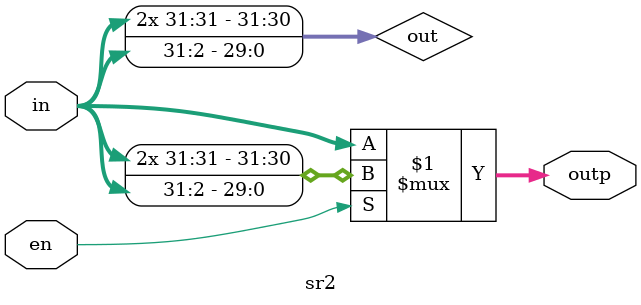
<source format=v>
module sr2(in,en,outp);

input [31:0] in;
input en;
output [31:0] outp;
wire[31:0] out;

assign out[0 ] = in[2 ];
assign out[1 ] = in[3 ];
assign out[2 ] = in[4 ];
assign out[3 ] = in[5 ];
assign out[4 ] = in[6 ];
assign out[5 ] = in[7 ];
assign out[6 ] = in[8 ];
assign out[7 ] = in[9 ];
assign out[8 ] = in[10];
assign out[9 ] = in[11];
assign out[10] = in[12];
assign out[11] = in[13];
assign out[12] = in[14];
assign out[13] = in[15];
assign out[14] = in[16];
assign out[15] = in[17];
assign out[16] = in[18];
assign out[17] = in[19];
assign out[18] = in[20];
assign out[19] = in[21];
assign out[20] = in[22];
assign out[21] = in[23];
assign out[22] = in[24];
assign out[23] = in[25];
assign out[24] = in[26];
assign out[25] = in[27];
assign out[26] = in[28];
assign out[27] = in[29];
assign out[28] = in[30];
assign out[29] = in[31];
assign out[30] = in[31];
assign out[31] = in[31];

assign outp = en? out:in;

endmodule
</source>
